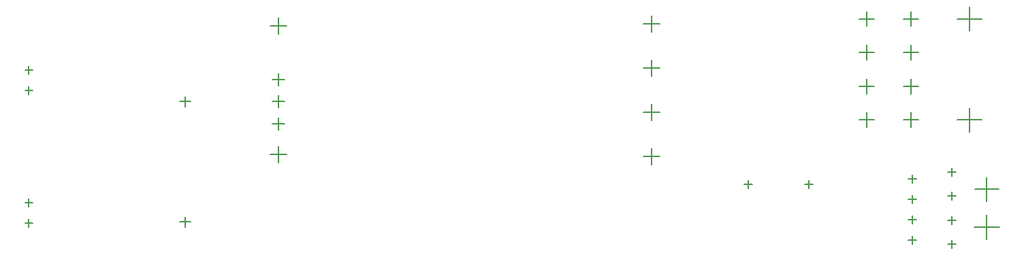
<source format=gbr>
%TF.GenerationSoftware,Altium Limited,Altium Designer,19.1.8 (144)*%
G04 Layer_Color=128*
%FSLAX26Y26*%
%MOIN*%
%TF.FileFunction,Drillmap*%
%TF.Part,Single*%
G01*
G75*
%TA.AperFunction,NonConductor*%
%ADD73C,0.005000*%
D73*
X5637953Y4070000D02*
X5677323D01*
X5657638Y4050315D02*
Y4089685D01*
X5342677Y4070000D02*
X5382047D01*
X5362362Y4050315D02*
Y4089685D01*
X6385945Y4881060D02*
X6504055D01*
X6445000Y4822005D02*
Y4940115D01*
X6385945Y4385000D02*
X6504055D01*
X6445000Y4325945D02*
Y4444055D01*
X5904645Y4385000D02*
X5977475D01*
X5941060Y4348585D02*
Y4421415D01*
X5904645Y4550350D02*
X5977475D01*
X5941060Y4513935D02*
Y4586765D01*
X5904645Y4715710D02*
X5977475D01*
X5941060Y4679295D02*
Y4752125D01*
X5904645Y4881060D02*
X5977475D01*
X5941060Y4844645D02*
Y4917475D01*
X6121185Y4385000D02*
X6194015D01*
X6157600Y4348585D02*
Y4421415D01*
X6121185Y4550350D02*
X6194015D01*
X6157600Y4513935D02*
Y4586765D01*
X6121185Y4715710D02*
X6194015D01*
X6157600Y4679295D02*
Y4752125D01*
X6121185Y4881060D02*
X6194015D01*
X6157600Y4844645D02*
Y4917475D01*
X6470945Y4045000D02*
X6589055D01*
X6530000Y3985945D02*
Y4104055D01*
X6468976Y3859961D02*
X6591024D01*
X6530000Y3798937D02*
Y3920984D01*
X6339843Y4129646D02*
X6380000D01*
X6359921Y4109567D02*
Y4149724D01*
X6339843Y4011535D02*
X6380000D01*
X6359921Y3991457D02*
Y4031614D01*
X6339843Y3893425D02*
X6380000D01*
X6359921Y3873346D02*
Y3913504D01*
X6339843Y3775315D02*
X6380000D01*
X6359921Y3755236D02*
Y3795394D01*
X6145315Y3795000D02*
X6184685D01*
X6165000Y3775315D02*
Y3814685D01*
X6145315Y3895000D02*
X6184685D01*
X6165000Y3875315D02*
Y3914685D01*
X6145315Y3995000D02*
X6184685D01*
X6165000Y3975315D02*
Y4014685D01*
X6145315Y4095000D02*
X6184685D01*
X6165000Y4075315D02*
Y4114685D01*
X3022047Y4844961D02*
X3101968D01*
X3062008Y4805000D02*
Y4884921D01*
X3032087Y4584331D02*
X3091929D01*
X3062008Y4554409D02*
Y4614252D01*
X3032087Y4475669D02*
X3091929D01*
X3062008Y4445748D02*
Y4505591D01*
X3032087Y4367402D02*
X3091929D01*
X3062008Y4337480D02*
Y4397323D01*
X3022047Y4215039D02*
X3101968D01*
X3062008Y4175079D02*
Y4255000D01*
X4848032Y4854803D02*
X4927953D01*
X4887992Y4814842D02*
Y4894764D01*
X4848032Y4638268D02*
X4927953D01*
X4887992Y4598307D02*
Y4678228D01*
X4848032Y4421732D02*
X4927953D01*
X4887992Y4381772D02*
Y4461693D01*
X4848032Y4205197D02*
X4927953D01*
X4887992Y4165236D02*
Y4245158D01*
X1820315Y4630000D02*
X1859685D01*
X1840000Y4610315D02*
Y4649685D01*
X1820315Y4530000D02*
X1859685D01*
X1840000Y4510315D02*
Y4549685D01*
X1820315Y3980000D02*
X1859685D01*
X1840000Y3960315D02*
Y3999685D01*
X1820315Y3880000D02*
X1859685D01*
X1840000Y3860315D02*
Y3899685D01*
X2579410Y3885000D02*
X2630590D01*
X2605000Y3859410D02*
Y3910590D01*
X2579410Y4475551D02*
X2630590D01*
X2605000Y4449961D02*
Y4501142D01*
%TF.MD5,fa1914458559ac6ad8380b79a84f5aa6*%
M02*

</source>
